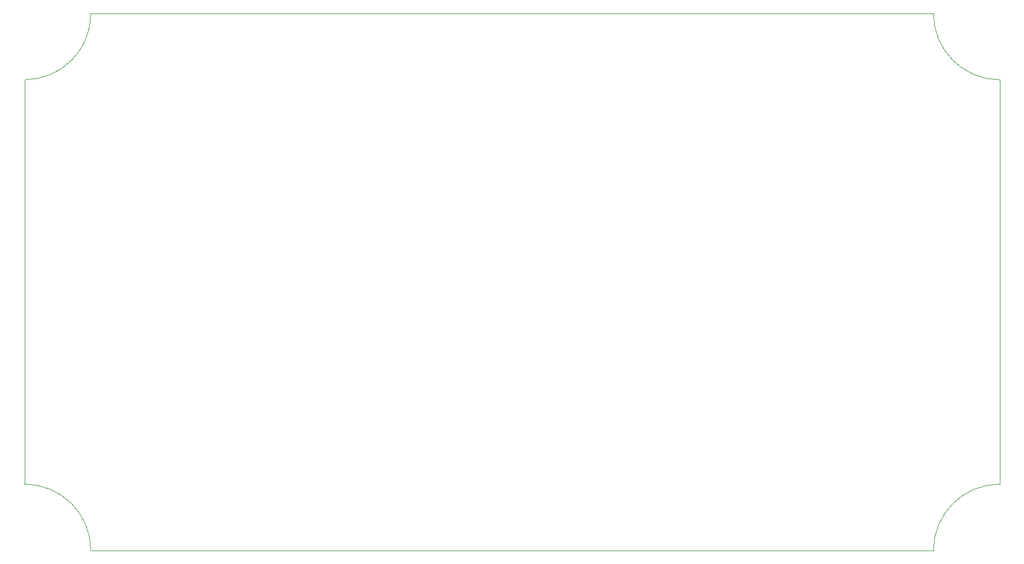
<source format=gbr>
G04 #@! TF.GenerationSoftware,KiCad,Pcbnew,5.1.5-52549c5~86~ubuntu18.04.1*
G04 #@! TF.CreationDate,2020-08-23T01:07:05-05:00*
G04 #@! TF.ProjectId,A01,4130312e-6b69-4636-9164-5f7063625858,rev?*
G04 #@! TF.SameCoordinates,Original*
G04 #@! TF.FileFunction,Profile,NP*
%FSLAX46Y46*%
G04 Gerber Fmt 4.6, Leading zero omitted, Abs format (unit mm)*
G04 Created by KiCad (PCBNEW 5.1.5-52549c5~86~ubuntu18.04.1) date 2020-08-23 01:07:05*
%MOMM*%
%LPD*%
G04 APERTURE LIST*
%ADD10C,0.050000*%
G04 APERTURE END LIST*
D10*
X157000000Y-101000000D02*
G75*
G02X167000000Y-91000000I10000000J0D01*
G01*
X20000000Y-91000000D02*
G75*
G02X30000000Y-101000000I0J-10000000D01*
G01*
X167000000Y-30000000D02*
G75*
G02X157000000Y-20000000I0J10000000D01*
G01*
X30000000Y-20000000D02*
G75*
G02X20000000Y-30000000I-10000000J0D01*
G01*
X20000000Y-30000000D02*
X20000000Y-91000000D01*
X30000000Y-101000000D02*
X157000000Y-101000000D01*
X167000000Y-30000000D02*
X167000000Y-91000000D01*
X30000000Y-20000000D02*
X157000000Y-20000000D01*
M02*

</source>
